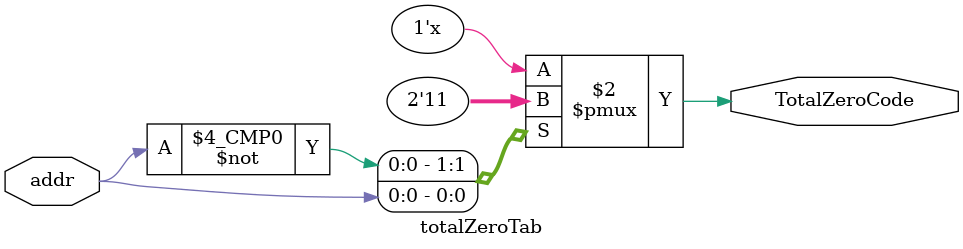
<source format=v>

`timescale 1ns / 1ps



module totalZeroTab(
input					addr,
output 	reg	        	TotalZeroCode
);


// Note he made the same idea like I thought but the number @ the right and the value at the left 
/*
 From 0 to 15 row and 15 columbs 
 15 rows because the NZQs whether one non zero or fifteen non-zero the
 NZQs may reach 16 but it will not be recognized in this stage.

TotalZeroCode = 7 bits {3 bits MSB , 4 bits LSB} 
The LSB represents the total number length code and it will decoded using the module named  Z_word_decoder
The 3 bits MSB represents the value
*/

always @(*)begin
	case(addr)
	//Total NZQs =  1                    
    8'h00: TotalZeroCode = 7'h11 ; /* str=1 */
    8'h01: TotalZeroCode = 7'h33 ; /* str=011 */
    8'h02: TotalZeroCode = 7'h23 ; /* str=010 */
    8'h03: TotalZeroCode = 7'h34 ; /* str=0011 */
    8'h04: TotalZeroCode = 7'h24 ; /* str=0010 */
    8'h05: TotalZeroCode = 7'h35 ; /* str=00011 */
    8'h06: TotalZeroCode = 7'h25 ; /* str=00010 */
    8'h07: TotalZeroCode = 7'h36 ; /* str=000011 */
    8'h08: TotalZeroCode = 7'h26 ; /* str=000010 */
    8'h09: TotalZeroCode = 7'h37 ; /* str=0000011 */
    8'h0a: TotalZeroCode = 7'h27 ; /* str=0000010 */
    8'h0b: TotalZeroCode = 7'h38 ; /* str=00000011 */
    8'h0c: TotalZeroCode = 7'h28 ; /* str=00000010 */
    8'h0d: TotalZeroCode = 7'h39 ; /* str=000000011 */
    8'h0e: TotalZeroCode = 7'h29 ; /* str=000000010 */
    8'h0f: TotalZeroCode = 7'h19 ; /* str=000000001 */

	//Total NZQs =  2                    
    8'h10: TotalZeroCode = 7'h73 ; /* str=111 */
    8'h11: TotalZeroCode = 7'h63 ; /* str=110 */
    8'h12: TotalZeroCode = 7'h53 ; /* str=101 */
    8'h13: TotalZeroCode = 7'h43 ; /* str=100 */
    8'h14: TotalZeroCode = 7'h33 ; /* str=011 */
    8'h15: TotalZeroCode = 7'h54 ; /* str=0101 */
    8'h16: TotalZeroCode = 7'h44 ; /* str=0100 */
    8'h17: TotalZeroCode = 7'h34 ; /* str=0011 */
    8'h18: TotalZeroCode = 7'h24 ; /* str=0010 */
    8'h19: TotalZeroCode = 7'h35 ; /* str=00011 */
    8'h1a: TotalZeroCode = 7'h25 ; /* str=00010 */
    8'h1b: TotalZeroCode = 7'h36 ; /* str=000011 */
    8'h1c: TotalZeroCode = 7'h26 ; /* str=000010 */
    8'h1d: TotalZeroCode = 7'h16 ; /* str=000001 */
    8'h1e: TotalZeroCode = 7'h06 ; /* str=000000 */
    8'h1f: TotalZeroCode = 7'h00 ; /* str= */
                                 
	//Total NZQs =  3                    
    8'h20: TotalZeroCode = 7'h54 ; /* str=0101 */
    8'h21: TotalZeroCode = 7'h73 ; /* str=111 */
    8'h22: TotalZeroCode = 7'h63 ; /* str=110 */
    8'h23: TotalZeroCode = 7'h53 ; /* str=101 */
    8'h24: TotalZeroCode = 7'h44 ; /* str=0100 */
    8'h25: TotalZeroCode = 7'h34 ; /* str=0011 */
    8'h26: TotalZeroCode = 7'h43 ; /* str=100 */
    8'h27: TotalZeroCode = 7'h33 ; /* str=011 */
    8'h28: TotalZeroCode = 7'h24 ; /* str=0010 */
    8'h29: TotalZeroCode = 7'h35 ; /* str=00011 */
    8'h2a: TotalZeroCode = 7'h25 ; /* str=00010 */
    8'h2b: TotalZeroCode = 7'h16 ; /* str=000001 */
    8'h2c: TotalZeroCode = 7'h15 ; /* str=00001 */
    8'h2d: TotalZeroCode = 7'h06 ; /* str=000000 */
    8'h2e: TotalZeroCode = 7'h00 ; /* str= */
    8'h2f: TotalZeroCode = 7'h00 ; /* str= */
                                
	//Total NZQs =  4                    
    8'h30: TotalZeroCode = 7'h35 ; /* str=00011 */
    8'h31: TotalZeroCode = 7'h73 ; /* str=111 */
    8'h32: TotalZeroCode = 7'h54 ; /* str=0101 */
    8'h33: TotalZeroCode = 7'h44 ; /* str=0100 */
    8'h34: TotalZeroCode = 7'h63 ; /* str=110 */
    8'h35: TotalZeroCode = 7'h53 ; /* str=101 */
    8'h36: TotalZeroCode = 7'h43 ; /* str=100 */
    8'h37: TotalZeroCode = 7'h34 ; /* str=0011 */
    8'h38: TotalZeroCode = 7'h33 ; /* str=011 */
    8'h39: TotalZeroCode = 7'h24 ; /* str=0010 */
    8'h3a: TotalZeroCode = 7'h25 ; /* str=00010 */
    8'h3b: TotalZeroCode = 7'h15 ; /* str=00001 */
    8'h3c: TotalZeroCode = 7'h05 ; /* str=00000 */
    8'h3d: TotalZeroCode = 7'h00 ; /* str= */
 //
    8'h3e: TotalZeroCode = 7'h11 ; /* str= */
    8'h3f: TotalZeroCode = 7'h01 ; /* str= */
                                
	//Total NZQs =  5                    
    8'h40: TotalZeroCode = 7'h54 ; /* str=0101 */
    8'h41: TotalZeroCode = 7'h44 ; /* str=0100 */
    8'h42: TotalZeroCode = 7'h34 ; /* str=0011 */
    8'h43: TotalZeroCode = 7'h73 ; /* str=111 */
    8'h44: TotalZeroCode = 7'h63 ; /* str=110 */
    8'h45: TotalZeroCode = 7'h53 ; /* str=101 */
    8'h46: TotalZeroCode = 7'h43 ; /* str=100 */
    8'h47: TotalZeroCode = 7'h33 ; /* str=011 */
    8'h48: TotalZeroCode = 7'h24 ; /* str=0010 */
    8'h49: TotalZeroCode = 7'h15 ; /* str=00001 */
    8'h4a: TotalZeroCode = 7'h14 ; /* str=0001 */
    8'h4b: TotalZeroCode = 7'h05 ; /* str=00000 */
    8'h4c: TotalZeroCode = 7'h00 ; /* str= */
 //
    8'h4d: TotalZeroCode = 7'h00 ; /* str= */
    8'h4e: TotalZeroCode = 7'h00 ; /* str= */
    8'h4f: TotalZeroCode = 7'h00 ; /* str= */
                                 
	//Total NZQs =  6                    
    8'h50: TotalZeroCode = 7'h16 ; /* str=000001 */
    8'h51: TotalZeroCode = 7'h15 ; /* str=00001 */
    8'h52: TotalZeroCode = 7'h73 ; /* str=111 */
    8'h53: TotalZeroCode = 7'h63 ; /* str=110 */
    8'h54: TotalZeroCode = 7'h53 ; /* str=101 */
    8'h55: TotalZeroCode = 7'h43 ; /* str=100 */
    8'h56: TotalZeroCode = 7'h33 ; /* str=011 */
    8'h57: TotalZeroCode = 7'h23 ; /* str=010 */
    8'h58: TotalZeroCode = 7'h14 ; /* str=0001 */
    8'h59: TotalZeroCode = 7'h13 ; /* str=001 */
    8'h5a: TotalZeroCode = 7'h06 ; /* str=000000 */
    8'h5b: TotalZeroCode = 7'h00 ; /* str= */
  //
    8'h5c: TotalZeroCode = 7'h00 ; /* str= */
    8'h5d: TotalZeroCode = 7'h00 ; /* str= */
    8'h5e: TotalZeroCode = 7'h00 ; /* str= */
    8'h5f: TotalZeroCode = 7'h00 ; /* str= */
                                
	//Total NZQs =  7                    
    8'h60: TotalZeroCode = 7'h16 ; /* str=000001 */
    8'h61: TotalZeroCode = 7'h15 ; /* str=00001 */
    8'h62: TotalZeroCode = 7'h53 ; /* str=101 */
    8'h63: TotalZeroCode = 7'h43 ; /* str=100 */
    8'h64: TotalZeroCode = 7'h33 ; /* str=011 */
    8'h65: TotalZeroCode = 7'h32 ; /* str=11 */
    8'h66: TotalZeroCode = 7'h23 ; /* str=010 */
    8'h67: TotalZeroCode = 7'h14 ; /* str=0001 */
    8'h68: TotalZeroCode = 7'h13 ; /* str=001 */
    8'h69: TotalZeroCode = 7'h06 ; /* str=000000 */
    8'h6a: TotalZeroCode = 7'h00 ; /* str= */
//
    8'h6b: TotalZeroCode = 7'h00 ; /* str= */
    8'h6c: TotalZeroCode = 7'h00 ; /* str= */
    8'h6d: TotalZeroCode = 7'h00 ; /* str= */
    8'h6e: TotalZeroCode = 7'h00 ; /* str= */
    8'h6f: TotalZeroCode = 7'h00 ; /* str= */
                                
	//Total NZQs =  8                    
    8'h70: TotalZeroCode = 7'h16 ; /* str=000001 */
    8'h71: TotalZeroCode = 7'h14 ; /* str=0001 */
    8'h72: TotalZeroCode = 7'h15 ; /* str=00001 */
    8'h73: TotalZeroCode = 7'h33 ; /* str=011 */
    8'h74: TotalZeroCode = 7'h32 ; /* str=11 */
    8'h75: TotalZeroCode = 7'h22 ; /* str=10 */
    8'h76: TotalZeroCode = 7'h23 ; /* str=010 */
    8'h77: TotalZeroCode = 7'h13 ; /* str=001 */
    8'h78: TotalZeroCode = 7'h06 ; /* str=000000 */
    8'h79: TotalZeroCode = 7'h00 ; /* str= */
//
    8'h7a: TotalZeroCode = 7'h00 ; /* str= */
    8'h7b: TotalZeroCode = 7'h00 ; /* str= */
    8'h7c: TotalZeroCode = 7'h00 ; /* str= */
    8'h7d: TotalZeroCode = 7'h00 ; /* str= */
    8'h7e: TotalZeroCode = 7'h00 ; /* str= */
    8'h7f: TotalZeroCode = 7'h00 ; /* str= */
                                 
	//Total NZQs =  9                    
    8'h80: TotalZeroCode = 7'h16 ; /* str=000001 */
    8'h81: TotalZeroCode = 7'h06 ; /* str=000000 */
    8'h82: TotalZeroCode = 7'h14 ; /* str=0001 */
    8'h83: TotalZeroCode = 7'h32 ; /* str=11 */
    8'h84: TotalZeroCode = 7'h22 ; /* str=10 */
    8'h85: TotalZeroCode = 7'h13 ; /* str=001 */
    8'h86: TotalZeroCode = 7'h12 ; /* str=01 */
    8'h87: TotalZeroCode = 7'h15 ; /* str=00001 */
    8'h88: TotalZeroCode = 7'h00 ; /* str= */
//
    8'h89: TotalZeroCode = 7'h00 ; /* str= */
    8'h8a: TotalZeroCode = 7'h00 ; /* str= */
    8'h8b: TotalZeroCode = 7'h00 ; /* str= */
    8'h8c: TotalZeroCode = 7'h00 ; /* str= */
    8'h8d: TotalZeroCode = 7'h00 ; /* str= */
    8'h8e: TotalZeroCode = 7'h00 ; /* str= */
    8'h8f: TotalZeroCode = 7'h00 ; /* str= */
    
    
	//Total NZQs =  10                    
    
    8'h90: TotalZeroCode = 7'h15 ; /* str=00001 */
    8'h91: TotalZeroCode = 7'h05 ; /* str=00000 */
    8'h92: TotalZeroCode = 7'h13 ; /* str=001 */
    8'h93: TotalZeroCode = 7'h32 ; /* str=11 */
    8'h94: TotalZeroCode = 7'h22 ; /* str=10 */
    8'h95: TotalZeroCode = 7'h12 ; /* str=01 */
    8'h96: TotalZeroCode = 7'h14 ; /* str=0001 */
    8'h97: TotalZeroCode = 7'h00 ; /* str= */
    8'h98: TotalZeroCode = 7'h00 ; /* str= */
//
    8'h99: TotalZeroCode = 7'h00 ; /* str= */
    8'h9a: TotalZeroCode = 7'h00 ; /* str= */
    8'h9b: TotalZeroCode = 7'h00 ; /* str= */
    8'h9c: TotalZeroCode = 7'h00 ; /* str= */
    8'h9d: TotalZeroCode = 7'h00 ; /* str= */
    8'h9e: TotalZeroCode = 7'h00 ; /* str= */
    8'h9f: TotalZeroCode = 7'h00 ; /* str= */
        
	//Total NZQs =  11                    

    8'ha0: TotalZeroCode = 7'h04 ; /* str=0000 */
    8'ha1: TotalZeroCode = 7'h14 ; /* str=0001 */
    8'ha2: TotalZeroCode = 7'h13 ; /* str=001 */
    8'ha3: TotalZeroCode = 7'h23 ; /* str=010 */
    8'ha4: TotalZeroCode = 7'h11 ; /* str=1 */
    8'ha5: TotalZeroCode = 7'h33 ; /* str=011 */
    8'ha6: TotalZeroCode = 7'h00 ; /* str= */
    8'ha7: TotalZeroCode = 7'h00 ; /* str= */
    8'ha8: TotalZeroCode = 7'h00 ; /* str= */
//
    8'ha9: TotalZeroCode = 7'h00 ; /* str= */
    8'haa: TotalZeroCode = 7'h00 ; /* str= */
    8'hab: TotalZeroCode = 7'h00 ; /* str= */
    8'hac: TotalZeroCode = 7'h00 ; /* str= */
    8'had: TotalZeroCode = 7'h00 ; /* str= */
    8'hae: TotalZeroCode = 7'h00 ; /* str= */
    8'haf: TotalZeroCode = 7'h00 ; /* str= */

	//Total NZQs =  12                    

    8'hb0: TotalZeroCode = 7'h04 ; /* str=0000 */
    8'hb1: TotalZeroCode = 7'h14 ; /* str=0001 */
    8'hb2: TotalZeroCode = 7'h12 ; /* str=01 */
    8'hb3: TotalZeroCode = 7'h11 ; /* str=1 */
    8'hb4: TotalZeroCode = 7'h13 ; /* str=001 */
    8'hb5: TotalZeroCode = 7'h00 ; /* str= */
    8'hb6: TotalZeroCode = 7'h00 ; /* str= */
    8'hb7: TotalZeroCode = 7'h00 ; /* str= */
    8'hb8: TotalZeroCode = 7'h00 ; /* str= */
//
    8'hb9: TotalZeroCode = 7'h00 ; /* str= */
    8'hba: TotalZeroCode = 7'h00 ; /* str= */
    8'hbb: TotalZeroCode = 7'h22 ; /* str= */
    8'hbc: TotalZeroCode = 7'h00 ; /* str= */
    8'hbd: TotalZeroCode = 7'h00 ; /* str= */
    8'hbe: TotalZeroCode = 7'h00 ; /* str= */
    8'hbf: TotalZeroCode = 7'h00 ; /* str= */

	//Total NZQs =  13                    


    8'hc0: TotalZeroCode = 7'h03 ; /* str=000 */
    8'hc1: TotalZeroCode = 7'h13 ; /* str=001 */
    8'hc2: TotalZeroCode = 7'h11 ; /* str=1 */
    8'hc3: TotalZeroCode = 7'h12 ; /* str=01 */
    8'hc4: TotalZeroCode = 7'h00 ; /* str= */
    8'hc5: TotalZeroCode = 7'h00 ; /* str= */
    8'hc6: TotalZeroCode = 7'h00 ; /* str= */
    8'hc7: TotalZeroCode = 7'h00 ; /* str= */
    8'hc8: TotalZeroCode = 7'h00 ; /* str= */
//
    8'hc9: TotalZeroCode = 7'h00 ; /* str= */
    8'hca: TotalZeroCode = 7'h00 ; /* str= */
    8'hcb: TotalZeroCode = 7'h00 ; /* str= */
    8'hcc: TotalZeroCode = 7'h00 ; /* str= */
    8'hcd: TotalZeroCode = 7'h00 ; /* str= */
    8'hce: TotalZeroCode = 7'h00 ; /* str= */
    8'hcf: TotalZeroCode = 7'h00 ; /* str= */
	//Total NZQs =  14                    

    8'hd0: TotalZeroCode = 7'h02; /* str=00 */
    8'hd1: TotalZeroCode = 7'h12 ; /* str=01 */
    8'hd2: TotalZeroCode = 7'h11 ; /* str=1 */
    8'hd3: TotalZeroCode = 7'h00 ; /* str= */
    8'hd4: TotalZeroCode = 7'h00 ; /* str= */
    8'hd5: TotalZeroCode = 7'h00 ; /* str= */
    8'hd6: TotalZeroCode = 7'h00 ; /* str= */
    8'hd7: TotalZeroCode = 7'h00 ; /* str= */
    8'hd8: TotalZeroCode = 7'h00 ; /* str= */
//
    8'hd9: TotalZeroCode = 7'h00 ; /* str= */
    8'hda: TotalZeroCode = 7'h00 ; /* str= */
    8'hdb: TotalZeroCode = 7'h00 ; /* str= */
    8'hdc: TotalZeroCode = 7'h00 ; /* str= */
    8'hdd: TotalZeroCode = 7'h00 ; /* str= */
    8'hde: TotalZeroCode = 7'h00 ; /* str= */
    8'hdf: TotalZeroCode = 7'h00 ; /* str= */


	//Total NZQs =  15         
    
    8'he0: TotalZeroCode = 7'h01 ; /* str=0 */
    8'he1: TotalZeroCode = 7'h11 ; /* str=1*/
    8'he2: TotalZeroCode = 7'h00 ; /* str= */
    8'he3: TotalZeroCode = 7'h00 ; /* str= */
    8'he4: TotalZeroCode = 7'h00 ; /* str= */
    8'he5: TotalZeroCode = 7'h00 ; /* str= */
    8'he6: TotalZeroCode = 7'h00 ; /* str= */
    8'he7: TotalZeroCode = 7'h00 ; /* str= */
    8'he8: TotalZeroCode = 7'h00 ; /* str= */
//
    8'he9: TotalZeroCode = 7'h00 ; /* str= */
    8'hea: TotalZeroCode = 7'h00 ; /* str= */
    8'heb: TotalZeroCode = 7'h00 ; /* str= */
    8'hec: TotalZeroCode = 7'h00 ; /* str= */
    8'hed: TotalZeroCode = 7'h00 ; /* str= */
    8'hee: TotalZeroCode = 7'h00 ; /* str= */
    8'hef: TotalZeroCode = 7'h00 ; /* str= */
    default:  TotalZeroCode = 7'h0 ;
  endcase
end
	
endmodule


</source>
